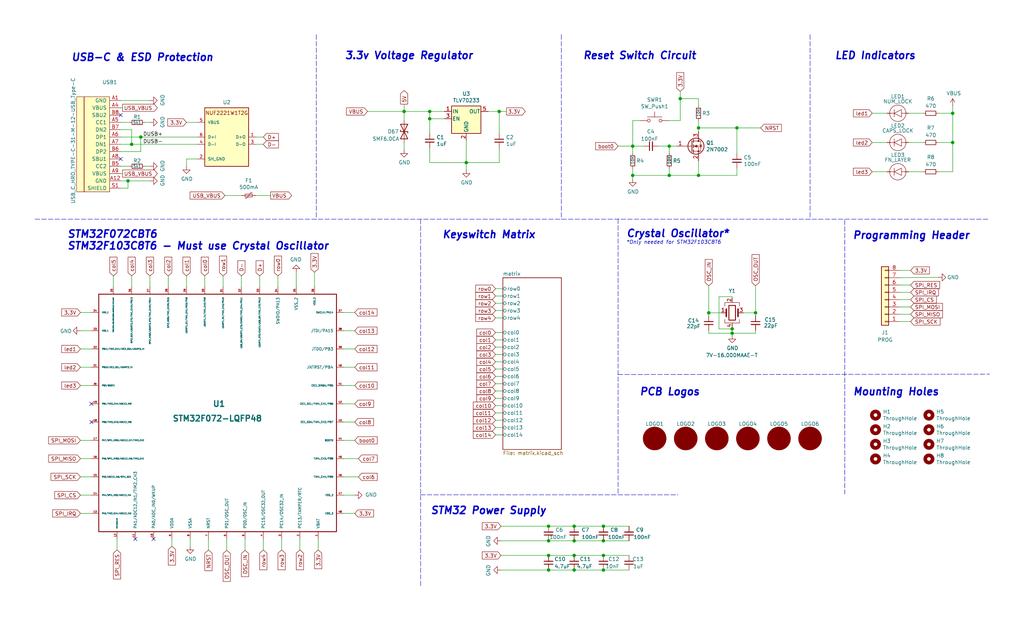
<source format=kicad_sch>
(kicad_sch (version 20210406) (generator eeschema)
  (paper "USLegal")
  (title_block (title "Arisutea STM32 Keyboard") (date "2021-06-14") (rev "STM32 0.4") (company "3x6 Design"))
  (lib_symbols
    (symbol "Connector_Generic:Conn_01x08" (pin_names (offset 1.016) hide)
      (property "Reference" "J" (at 0 10.16 0))
      (property "Value" "Conn_01x08" (at 0 -12.7 0))
      (symbol "Conn_01x08_1_1"
        (pin passive line (at -5.08 7.62 0) (length 3.81) (name "Pin_1") (number "1"))
        (pin passive line (at -5.08 5.08 0) (length 3.81) (name "Pin_2") (number "2"))
        (pin passive line (at -5.08 2.54 0) (length 3.81) (name "Pin_3") (number "3"))
        (pin passive line (at -5.08 0 0) (length 3.81) (name "Pin_4") (number "4"))
        (pin passive line (at -5.08 -2.54 0) (length 3.81) (name "Pin_5") (number "5"))
        (pin passive line (at -5.08 -5.08 0) (length 3.81) (name "Pin_6") (number "6"))
        (pin passive line (at -5.08 -7.62 0) (length 3.81) (name "Pin_7") (number "7"))
        (pin passive line (at -5.08 -10.16 0) (length 3.81) (name "Pin_8") (number "8"))
      )
    )
    (symbol "Device:C_Small" (pin_numbers hide) (pin_names (offset 0.254) hide)
      (property "Reference" "C" (at 0.254 1.778 0))
      (property "Value" "C_Small" (at 0.254 -2.032 0))
      (symbol "C_Small_1_1"
        (pin passive line (at 0 2.54 270) (length 2.032) (name "~") (number "1"))
        (pin passive line (at 0 -2.54 90) (length 2.032) (name "~") (number "2"))
      )
    )
    (symbol "Device:D_TVS" (pin_numbers hide) (pin_names (offset 1.016) hide)
      (property "Reference" "D" (at 0 2.54 0))
      (property "Value" "D_TVS" (at 0 -2.54 0))
      (symbol "D_TVS_1_1"
        (pin passive line (at -3.81 0 0) (length 2.54) (name "A1") (number "1"))
        (pin passive line (at 3.81 0 180) (length 2.54) (name "A2") (number "2"))
      )
    )
    (symbol "Device:R_Small" (pin_numbers hide) (pin_names (offset 0.254) hide)
      (property "Reference" "R" (at 0.762 0.508 0))
      (property "Value" "R_Small" (at 0.762 -1.016 0))
      (symbol "R_Small_1_1"
        (pin passive line (at 0 2.54 270) (length 0.762) (name "~") (number "1"))
        (pin passive line (at 0 -2.54 90) (length 0.762) (name "~") (number "2"))
      )
    )
    (symbol "Mechanical:MountingHole" (pin_names (offset 1.016))
      (property "Reference" "H" (at 0 5.08 0))
      (property "Value" "MountingHole" (at 0 3.175 0))
    )
    (symbol "arisutea-stm32:2N7002" (pin_names hide)
      (property "Reference" "Q" (at 5.08 1.905 0))
      (property "Value" "2N7002" (at 5.08 0 0))
      (symbol "2N7002_1_1"
        (pin input line (at -5.08 0 0) (length 2.54) (name "G") (number "1"))
        (pin passive line (at 2.54 -5.08 90) (length 2.54) (name "S") (number "2"))
        (pin passive line (at 2.54 5.08 270) (length 2.54) (name "D") (number "3"))
      )
    )
    (symbol "arisutea-stm32:Device_Crystal_GND24" (pin_names (offset 1.016) hide)
      (property "Reference" "Y" (at 3.175 5.08 0))
      (property "Value" "Device_Crystal_GND24" (at 3.175 3.175 0))
      (symbol "Device_Crystal_GND24_1_1"
        (pin passive line (at -3.81 0 0) (length 1.27) (name "1") (number "1"))
        (pin passive line (at 0 5.08 270) (length 1.27) (name "2") (number "2"))
        (pin passive line (at 3.81 0 180) (length 1.27) (name "3") (number "3"))
        (pin passive line (at 0 -5.08 90) (length 1.27) (name "4") (number "4"))
      )
    )
    (symbol "arisutea-stm32:Device_Polyfuse_Small" (pin_numbers hide) (pin_names (offset 0))
      (property "Reference" "F" (at -1.905 0 90))
      (property "Value" "Device_Polyfuse_Small" (at 1.905 0 90))
      (symbol "Device_Polyfuse_Small_1_1"
        (pin passive line (at 0 2.54 270) (length 0.635) (name "~") (number "1"))
        (pin passive line (at 0 -2.54 90) (length 0.635) (name "~") (number "2"))
      )
    )
    (symbol "arisutea-stm32:HRO-TYPE-C-31-M-12" (pin_names (offset 1.016))
      (property "Reference" "USB1" (at 0 20.32 0))
      (property "Value" "USB_C_HRO_TYPE-C-31-M-12-USB_Type-C" (at -12.7 0 90))
      (symbol "HRO-TYPE-C-31-M-12_1_1"
        (pin power_out line (at 3.81 13.97 180) (length 3.8) (name "GND") (number "A1"))
        (pin power_out line (at 3.81 -13.97 180) (length 3.8) (name "GND") (number "A12"))
        (pin power_out line (at 3.81 11.43 180) (length 3.8) (name "VBUS") (number "A4"))
        (pin bidirectional line (at 3.81 6.35 180) (length 3.8) (name "CC1") (number "A5"))
        (pin bidirectional line (at 3.81 1.27 180) (length 3.8) (name "DP1") (number "A6"))
        (pin bidirectional line (at 3.81 -1.27 180) (length 3.8) (name "DN1") (number "A7"))
        (pin bidirectional line (at 3.81 -6.35 180) (length 3.8) (name "SBU1") (number "A8"))
        (pin power_out line (at 3.81 -11.43 180) (length 3.8) (name "VBUS") (number "A9"))
        (pin bidirectional line (at 3.81 -8.89 180) (length 3.8) (name "CC2") (number "B5"))
        (pin bidirectional line (at 3.81 -3.81 180) (length 3.8) (name "DP2") (number "B6"))
        (pin bidirectional line (at 3.81 3.81 180) (length 3.8) (name "DN2") (number "B7"))
        (pin bidirectional line (at 3.81 8.89 180) (length 3.8) (name "SBU2") (number "B8"))
        (pin passive line (at 3.81 -16.51 180) (length 3.8) (name "SHIELD") (number "S1"))
      )
    )
    (symbol "arisutea-stm32:LED" (pin_names (offset 1.016))
      (property "Reference" "LED" (at 0 3.81 0))
      (property "Value" "LED" (at 0 -3.81 0))
      (symbol "LED_1_1"
        (pin input line (at 3.81 0 180) (length 1.27) (name "A") (number "A"))
        (pin output line (at -3.81 0 0) (length 1.27) (name "C") (number "C"))
      )
    )
    (symbol "arisutea-stm32:LOGO" (pin_numbers hide) (pin_names (offset 0) hide)
      (property "Reference" "LOGO" (at 0 -6.35 0))
      (property "Value" "LOGO" (at 0 6.35 0))
    )
    (symbol "arisutea-stm32:NUF2221W1T2G" (pin_names (offset 1.016))
      (property "Reference" "U" (at -1.27 -3.81 0))
      (symbol "NUF2221W1T2G_0_0"
        (text "NUF2221W1T2G" (at 0 5.08 0) (effects (font (size 1.27 1.27)) (justify bottom)))
        (pin bidirectional line (at 10.16 -2.54 180) (length 2.54) (name "D+O") (number "1"))
        (pin output line (at -10.16 -10.16 0) (length 2.54) (name "SH_GND") (number "2"))
        (pin bidirectional line (at 10.16 -5.08 180) (length 2.54) (name "D-O") (number "3"))
        (pin bidirectional line (at -10.16 -5.08 0) (length 2.54) (name "D-I") (number "4"))
        (pin power_in line (at -10.16 2.54 0) (length 2.54) (name "VBUS") (number "5"))
        (pin bidirectional line (at -10.16 -2.54 0) (length 2.54) (name "D+I") (number "6"))
      )
    )
    (symbol "arisutea-stm32:STM32F103x8_B-LQFP48" (pin_names (offset 1.016))
      (property "Reference" "U" (at 0 1.27 0))
      (property "Value" "STM32F103x8_B-LQFP48" (at 0 -2.54 0))
      (symbol "STM32F103x8_B-LQFP48_1_1"
        (pin power_in line (at -43.18 35.56 0) (length 2.54) (name "VBAT") (number "1"))
        (pin bidirectional line (at -43.18 -21.59 0) (length 2.54) (name "PA0/ADC_IN0/WKUP") (number "10"))
        (pin bidirectional line (at -43.18 -27.94 0) (length 2.54) (name "PA1/ADC12_IN1/TIM2_CH3") (number "11"))
        (pin bidirectional line (at -43.18 -34.29 0) (length 2.54) (name "PA2/ADC12_IN2") (number "12"))
        (pin bidirectional line (at -34.29 -43.18 90) (length 2.54) (name "PA3/TIM2_CH4/ADC12_IN3") (number "13"))
        (pin bidirectional line (at -27.94 -43.18 90) (length 2.54) (name "PA4/SPI1_NSS/ADC12_IN4") (number "14"))
        (pin bidirectional line (at -21.59 -43.18 90) (length 2.54) (name "PA5/ADC12_IN5/SPI1_SCK") (number "15"))
        (pin bidirectional line (at -15.24 -43.18 90) (length 2.54) (name "PA6/SPI1_MISO/ADC12_IN6/TIM3_CH1") (number "16"))
        (pin bidirectional line (at -8.89 -43.18 90) (length 2.54) (name "PA7/SPI1_MOSI/ADC12_IN7/TIM3_CH2") (number "17"))
        (pin bidirectional line (at -2.54 -43.18 90) (length 2.54) (name "PB0/TIM3_CH3/ADC12_IN8") (number "18"))
        (pin bidirectional line (at 3.81 -43.18 90) (length 2.54) (name "PB1/TIM3_CH4/ADC12_IN9") (number "19"))
        (pin bidirectional line (at -43.18 29.21 0) (length 2.54) (name "PC13/TAMPER/RTC") (number "2"))
        (pin bidirectional line (at 10.16 -43.18 90) (length 2.54) (name "PB2/BOOT1") (number "20"))
        (pin bidirectional line (at 16.51 -43.18 90) (length 2.54) (name "PB10/I2C2_SCL/USART3_TX") (number "21"))
        (pin bidirectional line (at 22.86 -43.18 90) (length 2.54) (name "PB11/TIM2_CH4/I2C2_SDA/USART3_rX") (number "22"))
        (pin power_in line (at 29.21 -43.18 90) (length 2.54) (name "VSS_1") (number "23"))
        (pin power_in line (at 35.56 -43.18 90) (length 2.54) (name "VDD_1") (number "24"))
        (pin bidirectional line (at 44.45 -35.56 180) (length 2.54) (name "PB12/SPI1_NSS/I2C2_SMBAI/USART3_CK/TIM1_BKIN") (number "25"))
        (pin bidirectional line (at 44.45 -29.21 180) (length 2.54) (name "SPI2_SCK/USART3_CTS/TIM1_CH1N/PB13") (number "26"))
        (pin bidirectional line (at 44.45 -22.86 180) (length 2.54) (name "SPI2_MISO/USART3_RTS/TIM1_CH2N/PB14") (number "27"))
        (pin bidirectional line (at 44.45 -16.51 180) (length 2.54) (name "SPI2_MOSI/TIM1_CH3N/B15") (number "28"))
        (pin bidirectional line (at 44.45 -10.16 180) (length 2.54) (name "USART1_CK/TIM1_CH1/MCO/PA8") (number "29"))
        (pin bidirectional line (at -43.18 22.86 0) (length 2.54) (name "PC14/OSC32_IN") (number "3"))
        (pin bidirectional line (at 44.45 -3.81 180) (length 2.54) (name "USART1_TX/TIM1_CH2/PA9") (number "30"))
        (pin bidirectional line (at 44.45 2.54 180) (length 2.54) (name "USART1_RX/TIM1_CH3/PA10") (number "31"))
        (pin bidirectional line (at 44.45 8.89 180) (length 2.54) (name "USB_DM/USART1_CTS/CANRX/TIM1_CH4/PA11") (number "32"))
        (pin bidirectional line (at 44.45 15.24 180) (length 2.54) (name "USART1_RTS/CANTX/USB_DP/TIM1_ETR/PA12") (number "33"))
        (pin bidirectional line (at 44.45 21.59 180) (length 2.54) (name "SWDIO/PA13") (number "34"))
        (pin power_in line (at 44.45 27.94 180) (length 2.54) (name "VSS_2") (number "35"))
        (pin power_in line (at 44.45 34.29 180) (length 2.54) (name "VDD_2") (number "36"))
        (pin bidirectional line (at 35.56 44.45 270) (length 2.54) (name "SWCLK/PA14") (number "37"))
        (pin bidirectional line (at 29.21 44.45 270) (length 2.54) (name "JTDI/PA15") (number "38"))
        (pin bidirectional line (at 22.86 44.45 270) (length 2.54) (name "JTDO/PB3") (number "39"))
        (pin bidirectional line (at -43.18 16.51 0) (length 2.54) (name "PC15/OSC32_OUT") (number "4"))
        (pin bidirectional line (at 16.51 44.45 270) (length 2.54) (name "JNTRST/PB4") (number "40"))
        (pin bidirectional line (at 10.16 44.45 270) (length 2.54) (name "I2C1_SMBAI/PB5") (number "41"))
        (pin bidirectional line (at 3.81 44.45 270) (length 2.54) (name "I2C1_SCL/TIM4_CH1/PB6") (number "42"))
        (pin bidirectional line (at -2.54 44.45 270) (length 2.54) (name "2C1_SDA/TIM4_CH2/PB7") (number "43"))
        (pin output line (at -8.89 44.45 270) (length 2.54) (name "BOOT0") (number "44"))
        (pin bidirectional line (at -15.24 44.45 270) (length 2.54) (name "TIM4_CH3/PB8") (number "45"))
        (pin input line (at -21.59 44.45 270) (length 2.54) (name "TIM4_CH4/PB9") (number "46"))
        (pin input line (at -27.94 44.45 270) (length 2.54) (name "VSS_3") (number "47"))
        (pin input line (at -34.29 44.45 270) (length 2.54) (name "VDD_3") (number "48"))
        (pin bidirectional line (at -43.18 10.16 0) (length 2.54) (name "PD0/OSC_IN") (number "5"))
        (pin bidirectional line (at -43.18 3.81 0) (length 2.54) (name "PD1/OSC_OUT") (number "6"))
        (pin input line (at -43.18 -2.54 0) (length 2.54) (name "NRST") (number "7"))
        (pin power_in line (at -43.18 -8.89 0) (length 2.54) (name "VSSA") (number "8"))
        (pin power_in line (at -43.18 -15.24 0) (length 2.54) (name "VDDA") (number "9"))
      )
    )
    (symbol "arisutea-stm32:Switch_SW_Push" (pin_numbers hide) (pin_names (offset 1.016) hide)
      (property "Reference" "SW" (at 1.27 2.54 0))
      (property "Value" "Switch_SW_Push" (at 0 -1.524 0))
      (symbol "Switch_SW_Push_0_1"
        (pin passive line (at -5.08 0 0) (length 2.54) (name "1") (number "1"))
        (pin passive line (at 5.08 0 180) (length 2.54) (name "2") (number "2"))
      )
    )
    (symbol "arisutea-stm32:TLV70233" (pin_names (offset 0.254))
      (property "Reference" "U" (at -3.81 5.715 0))
      (property "Value" "TLV70233" (at 0 5.715 0))
      (symbol "TLV70233_1_1"
        (pin power_in line (at -7.62 2.54 0) (length 2.54) (name "IN") (number "1"))
        (pin power_in line (at 0 -7.62 90) (length 2.54) (name "GND") (number "2"))
        (pin input line (at -7.62 0 0) (length 2.54) (name "EN") (number "3"))
        (pin no_connect line (at 7.62 0 180) (length 2.54) hide (name "NC") (number "4"))
        (pin power_out line (at 7.62 2.54 180) (length 2.54) (name "OUT") (number "5"))
      )
    )
    (symbol "power:GND" (power) (pin_names (offset 0))
      (property "Value" "GND" (at 0 -3.81 0))
      (symbol "GND_1_1"
        (pin power_in line (at 0 0 270) (length 0) hide (name "GND") (number "1"))
      )
    )
    (symbol "power:VBUS" (power) (pin_names (offset 0))
      (property "Value" "VBUS" (at 0 3.81 0))
      (symbol "VBUS_1_1"
        (pin power_in line (at 0 0 90) (length 0) hide (name "VBUS") (number "1"))
      )
    )
  )
  (junction (at 44.45 62.865) (diameter 1.016))
  (junction (at 45.72 50.165) (diameter 1.016))
  (junction (at 48.895 47.625) (diameter 1.016))
  (junction (at 140.335 38.735) (diameter 1.016))
  (junction (at 149.225 38.735) (diameter 1.016))
  (junction (at 149.225 41.275) (diameter 1.016))
  (junction (at 161.925 56.515) (diameter 1.016))
  (junction (at 173.355 38.735) (diameter 1.016))
  (junction (at 190.5 182.88) (diameter 1.016))
  (junction (at 190.5 187.96) (diameter 1.016))
  (junction (at 190.5 193.04) (diameter 1.016))
  (junction (at 190.5 198.12) (diameter 1.016))
  (junction (at 199.39 182.88) (diameter 1.016))
  (junction (at 199.39 187.96) (diameter 1.016))
  (junction (at 199.39 193.04) (diameter 1.016))
  (junction (at 199.39 198.12) (diameter 1.016))
  (junction (at 209.55 182.88) (diameter 1.016))
  (junction (at 209.55 187.96) (diameter 1.016))
  (junction (at 209.55 193.04) (diameter 1.016))
  (junction (at 209.55 198.12) (diameter 1.016))
  (junction (at 219.71 50.8) (diameter 1.016))
  (junction (at 219.71 60.96) (diameter 1.016))
  (junction (at 232.41 50.8) (diameter 1.016))
  (junction (at 232.41 60.96) (diameter 1.016))
  (junction (at 236.22 34.29) (diameter 1.016))
  (junction (at 242.57 44.45) (diameter 1.016))
  (junction (at 242.57 60.96) (diameter 1.016))
  (junction (at 246.126 108.712) (diameter 1.016))
  (junction (at 254.254 114.3) (diameter 1.016))
  (junction (at 254.254 115.824) (diameter 1.016))
  (junction (at 255.905 44.45) (diameter 1.016))
  (junction (at 262.382 108.712) (diameter 1.016))
  (junction (at 330.835 39.37) (diameter 1.016))
  (junction (at 330.835 49.53) (diameter 1.016))
  (no_connect (at 31.75 140.335))
  (no_connect (at 31.75 146.685))
  (no_connect (at 41.91 40.005))
  (no_connect (at 41.91 55.245))
  (no_connect (at 46.99 187.325))
  (no_connect (at 53.34 187.325))
  (wire (pts (xy 27.94 108.585) (xy 31.75 108.585)))
  (wire (pts (xy 27.94 114.935) (xy 31.75 114.935)))
  (wire (pts (xy 27.94 121.285) (xy 31.75 121.285)))
  (wire (pts (xy 27.94 159.385) (xy 31.75 159.385)))
  (wire (pts (xy 27.94 172.085) (xy 31.75 172.085)))
  (wire (pts (xy 31.75 127.635) (xy 27.94 127.635)))
  (wire (pts (xy 31.75 133.985) (xy 27.94 133.985)))
  (wire (pts (xy 31.75 153.035) (xy 27.94 153.035)))
  (wire (pts (xy 31.75 165.735) (xy 27.94 165.735)))
  (wire (pts (xy 31.75 178.435) (xy 27.94 178.435)))
  (wire (pts (xy 39.37 95.885) (xy 39.37 99.695)))
  (wire (pts (xy 40.64 191.135) (xy 40.64 187.325)))
  (wire (pts (xy 41.91 34.925) (xy 52.07 34.925)))
  (wire (pts (xy 41.91 37.465) (xy 42.545 37.465)))
  (wire (pts (xy 41.91 42.545) (xy 45.085 42.545)))
  (wire (pts (xy 41.91 45.085) (xy 45.72 45.085)))
  (wire (pts (xy 41.91 47.625) (xy 48.895 47.625)))
  (wire (pts (xy 41.91 50.165) (xy 45.72 50.165)))
  (wire (pts (xy 41.91 52.705) (xy 48.895 52.705)))
  (wire (pts (xy 41.91 57.785) (xy 45.085 57.785)))
  (wire (pts (xy 41.91 60.325) (xy 42.545 60.325)))
  (wire (pts (xy 41.91 62.865) (xy 44.45 62.865)))
  (wire (pts (xy 41.91 65.405) (xy 44.45 65.405)))
  (wire (pts (xy 44.45 62.865) (xy 52.07 62.865)))
  (wire (pts (xy 44.45 65.405) (xy 44.45 62.865)))
  (wire (pts (xy 45.72 45.085) (xy 45.72 50.165)))
  (wire (pts (xy 45.72 50.165) (xy 68.58 50.165)))
  (wire (pts (xy 45.72 95.885) (xy 45.72 99.695)))
  (wire (pts (xy 48.895 47.625) (xy 68.58 47.625)))
  (wire (pts (xy 48.895 52.705) (xy 48.895 47.625)))
  (wire (pts (xy 50.165 42.545) (xy 52.07 42.545)))
  (wire (pts (xy 50.165 57.785) (xy 52.07 57.785)))
  (wire (pts (xy 52.07 95.885) (xy 52.07 99.695)))
  (wire (pts (xy 58.42 95.885) (xy 58.42 99.695)))
  (wire (pts (xy 59.69 187.325) (xy 59.69 189.865)))
  (wire (pts (xy 64.77 55.245) (xy 64.77 57.785)))
  (wire (pts (xy 64.77 95.885) (xy 64.77 99.695)))
  (wire (pts (xy 66.04 187.325) (xy 66.04 189.865)))
  (wire (pts (xy 68.58 42.545) (xy 64.77 42.545)))
  (wire (pts (xy 68.58 55.245) (xy 64.77 55.245)))
  (wire (pts (xy 71.12 95.885) (xy 71.12 99.695)))
  (wire (pts (xy 72.39 191.135) (xy 72.39 187.325)))
  (wire (pts (xy 77.47 95.885) (xy 77.47 99.695)))
  (wire (pts (xy 78.105 67.945) (xy 83.82 67.945)))
  (wire (pts (xy 78.74 187.325) (xy 78.74 191.262)))
  (wire (pts (xy 83.82 95.885) (xy 83.82 99.695)))
  (wire (pts (xy 85.09 187.325) (xy 85.09 191.262)))
  (wire (pts (xy 88.9 47.625) (xy 91.44 47.625)))
  (wire (pts (xy 88.9 50.165) (xy 91.44 50.165)))
  (wire (pts (xy 88.9 67.945) (xy 93.98 67.945)))
  (wire (pts (xy 90.17 95.885) (xy 90.17 99.695)))
  (wire (pts (xy 91.44 191.135) (xy 91.44 187.325)))
  (wire (pts (xy 96.52 95.885) (xy 96.52 99.695)))
  (wire (pts (xy 97.79 191.135) (xy 97.79 187.325)))
  (wire (pts (xy 102.87 94.615) (xy 102.87 99.695)))
  (wire (pts (xy 104.14 191.135) (xy 104.14 187.325)))
  (wire (pts (xy 109.22 94.615) (xy 109.22 99.695)))
  (wire (pts (xy 110.49 187.325) (xy 110.49 191.135)))
  (wire (pts (xy 119.38 108.585) (xy 123.19 108.585)))
  (wire (pts (xy 119.38 114.935) (xy 123.19 114.935)))
  (wire (pts (xy 119.38 127.635) (xy 123.19 127.635)))
  (wire (pts (xy 119.38 159.385) (xy 124.46 159.385)))
  (wire (pts (xy 119.38 165.735) (xy 124.46 165.735)))
  (wire (pts (xy 119.38 172.085) (xy 123.19 172.085)))
  (wire (pts (xy 119.38 178.435) (xy 123.19 178.435)))
  (wire (pts (xy 123.19 121.285) (xy 119.38 121.285)))
  (wire (pts (xy 123.19 133.985) (xy 119.38 133.985)))
  (wire (pts (xy 123.19 140.335) (xy 119.38 140.335)))
  (wire (pts (xy 123.19 146.685) (xy 119.38 146.685)))
  (wire (pts (xy 123.19 153.035) (xy 119.38 153.035)))
  (wire (pts (xy 127.635 38.735) (xy 140.335 38.735)))
  (wire (pts (xy 140.335 38.735) (xy 140.335 36.195)))
  (wire (pts (xy 140.335 38.735) (xy 140.335 41.91)))
  (wire (pts (xy 140.335 38.735) (xy 149.225 38.735)))
  (wire (pts (xy 140.335 49.53) (xy 140.335 52.07)))
  (wire (pts (xy 149.225 38.735) (xy 154.305 38.735)))
  (wire (pts (xy 149.225 41.275) (xy 149.225 38.735)))
  (wire (pts (xy 149.225 46.355) (xy 149.225 41.275)))
  (wire (pts (xy 149.225 51.435) (xy 149.225 56.515)))
  (wire (pts (xy 154.305 41.275) (xy 149.225 41.275)))
  (wire (pts (xy 161.925 56.515) (xy 149.225 56.515)))
  (wire (pts (xy 161.925 56.515) (xy 161.925 48.895)))
  (wire (pts (xy 161.925 59.055) (xy 161.925 56.515)))
  (wire (pts (xy 169.545 38.735) (xy 173.355 38.735)))
  (wire (pts (xy 172.085 100.33) (xy 174.625 100.33)))
  (wire (pts (xy 172.085 102.87) (xy 174.625 102.87)))
  (wire (pts (xy 172.085 105.41) (xy 174.625 105.41)))
  (wire (pts (xy 172.085 107.95) (xy 174.625 107.95)))
  (wire (pts (xy 172.085 110.49) (xy 174.625 110.49)))
  (wire (pts (xy 172.085 115.57) (xy 174.625 115.57)))
  (wire (pts (xy 172.085 118.11) (xy 174.625 118.11)))
  (wire (pts (xy 172.085 120.65) (xy 174.625 120.65)))
  (wire (pts (xy 172.085 123.19) (xy 174.625 123.19)))
  (wire (pts (xy 172.085 125.73) (xy 174.625 125.73)))
  (wire (pts (xy 172.085 128.27) (xy 174.625 128.27)))
  (wire (pts (xy 172.085 130.81) (xy 174.625 130.81)))
  (wire (pts (xy 172.085 133.35) (xy 174.625 133.35)))
  (wire (pts (xy 172.085 135.89) (xy 174.625 135.89)))
  (wire (pts (xy 172.085 138.43) (xy 174.625 138.43)))
  (wire (pts (xy 172.085 140.97) (xy 174.625 140.97)))
  (wire (pts (xy 172.085 143.51) (xy 174.625 143.51)))
  (wire (pts (xy 172.085 146.05) (xy 174.625 146.05)))
  (wire (pts (xy 172.085 148.59) (xy 174.625 148.59)))
  (wire (pts (xy 172.085 151.13) (xy 174.625 151.13)))
  (wire (pts (xy 173.355 38.735) (xy 173.355 46.355)))
  (wire (pts (xy 173.355 38.735) (xy 175.895 38.735)))
  (wire (pts (xy 173.355 51.435) (xy 173.355 56.515)))
  (wire (pts (xy 173.355 56.515) (xy 161.925 56.515)))
  (wire (pts (xy 173.99 182.88) (xy 190.5 182.88)))
  (wire (pts (xy 173.99 187.96) (xy 190.5 187.96)))
  (wire (pts (xy 173.99 193.04) (xy 190.5 193.04)))
  (wire (pts (xy 173.99 198.12) (xy 190.5 198.12)))
  (wire (pts (xy 190.5 182.88) (xy 199.39 182.88)))
  (wire (pts (xy 190.5 187.96) (xy 199.39 187.96)))
  (wire (pts (xy 190.5 193.04) (xy 199.39 193.04)))
  (wire (pts (xy 190.5 198.12) (xy 199.39 198.12)))
  (wire (pts (xy 199.39 182.88) (xy 209.55 182.88)))
  (wire (pts (xy 199.39 187.96) (xy 209.55 187.96)))
  (wire (pts (xy 199.39 193.04) (xy 209.55 193.04)))
  (wire (pts (xy 199.39 198.12) (xy 209.55 198.12)))
  (wire (pts (xy 209.55 182.88) (xy 218.44 182.88)))
  (wire (pts (xy 209.55 187.96) (xy 218.44 187.96)))
  (wire (pts (xy 209.55 193.04) (xy 218.44 193.04)))
  (wire (pts (xy 209.55 198.12) (xy 218.44 198.12)))
  (wire (pts (xy 214.63 50.8) (xy 219.71 50.8)))
  (wire (pts (xy 219.71 41.91) (xy 219.71 50.8)))
  (wire (pts (xy 219.71 41.91) (xy 222.25 41.91)))
  (wire (pts (xy 219.71 50.8) (xy 219.71 53.34)))
  (wire (pts (xy 219.71 50.8) (xy 223.52 50.8)))
  (wire (pts (xy 219.71 58.42) (xy 219.71 60.96)))
  (wire (pts (xy 219.71 60.96) (xy 219.71 62.23)))
  (wire (pts (xy 219.71 60.96) (xy 232.41 60.96)))
  (wire (pts (xy 228.6 50.8) (xy 232.41 50.8)))
  (wire (pts (xy 232.41 41.91) (xy 236.22 41.91)))
  (wire (pts (xy 232.41 50.8) (xy 232.41 53.34)))
  (wire (pts (xy 232.41 50.8) (xy 234.95 50.8)))
  (wire (pts (xy 232.41 60.96) (xy 232.41 58.42)))
  (wire (pts (xy 232.41 60.96) (xy 242.57 60.96)))
  (wire (pts (xy 236.22 34.29) (xy 236.22 31.75)))
  (wire (pts (xy 236.22 41.91) (xy 236.22 34.29)))
  (wire (pts (xy 242.57 34.29) (xy 236.22 34.29)))
  (wire (pts (xy 242.57 36.83) (xy 242.57 34.29)))
  (wire (pts (xy 242.57 41.91) (xy 242.57 44.45)))
  (wire (pts (xy 242.57 44.45) (xy 255.905 44.45)))
  (wire (pts (xy 242.57 45.72) (xy 242.57 44.45)))
  (wire (pts (xy 242.57 55.88) (xy 242.57 60.96)))
  (wire (pts (xy 242.57 60.96) (xy 255.905 60.96)))
  (wire (pts (xy 246.126 99.314) (xy 246.126 108.712)))
  (wire (pts (xy 246.126 108.712) (xy 246.126 109.728)))
  (wire (pts (xy 246.126 114.808) (xy 246.126 115.824)))
  (wire (pts (xy 246.126 115.824) (xy 254.254 115.824)))
  (wire (pts (xy 249.682 103.124) (xy 249.682 114.3)))
  (wire (pts (xy 249.682 114.3) (xy 254.254 114.3)))
  (wire (pts (xy 250.444 108.712) (xy 246.126 108.712)))
  (wire (pts (xy 254.254 103.124) (xy 249.682 103.124)))
  (wire (pts (xy 254.254 103.124) (xy 254.254 103.632)))
  (wire (pts (xy 254.254 113.792) (xy 254.254 114.3)))
  (wire (pts (xy 254.254 114.3) (xy 254.254 115.824)))
  (wire (pts (xy 254.254 115.824) (xy 254.254 116.586)))
  (wire (pts (xy 254.254 115.824) (xy 262.382 115.824)))
  (wire (pts (xy 255.905 44.45) (xy 255.905 53.34)))
  (wire (pts (xy 255.905 44.45) (xy 264.16 44.45)))
  (wire (pts (xy 255.905 60.96) (xy 255.905 58.42)))
  (wire (pts (xy 258.064 108.712) (xy 262.382 108.712)))
  (wire (pts (xy 262.382 99.314) (xy 262.382 108.712)))
  (wire (pts (xy 262.382 108.712) (xy 262.382 109.728)))
  (wire (pts (xy 262.382 115.824) (xy 262.382 114.808)))
  (wire (pts (xy 302.895 39.37) (xy 307.975 39.37)))
  (wire (pts (xy 302.895 49.53) (xy 307.975 49.53)))
  (wire (pts (xy 302.895 59.69) (xy 307.975 59.69)))
  (wire (pts (xy 312.42 93.98) (xy 316.23 93.98)))
  (wire (pts (xy 312.42 96.52) (xy 325.882 96.393)))
  (wire (pts (xy 312.42 101.6) (xy 316.23 101.6)))
  (wire (pts (xy 312.42 106.68) (xy 316.23 106.68)))
  (wire (pts (xy 312.42 111.76) (xy 316.23 111.76)))
  (wire (pts (xy 315.595 39.37) (xy 320.675 39.37)))
  (wire (pts (xy 315.595 49.53) (xy 320.675 49.53)))
  (wire (pts (xy 315.595 59.69) (xy 320.675 59.69)))
  (wire (pts (xy 316.23 99.06) (xy 312.42 99.06)))
  (wire (pts (xy 316.23 104.14) (xy 312.42 104.14)))
  (wire (pts (xy 316.23 109.22) (xy 312.42 109.22)))
  (wire (pts (xy 325.755 39.37) (xy 330.835 39.37)))
  (wire (pts (xy 325.755 49.53) (xy 330.835 49.53)))
  (wire (pts (xy 325.755 59.69) (xy 330.835 59.69)))
  (wire (pts (xy 330.835 39.37) (xy 330.835 36.83)))
  (wire (pts (xy 330.835 49.53) (xy 330.835 39.37)))
  (wire (pts (xy 330.835 59.69) (xy 330.835 49.53)))
  (polyline (pts (xy 12.192 76.2) (xy 343.535 76.2)) (stroke (width 0) (type dash)))
  (polyline (pts (xy 109.855 12.065) (xy 109.855 76.2)) (stroke (width 0) (type dash)))
  (polyline (pts (xy 146.05 76.2) (xy 146.05 203.835)) (stroke (width 0) (type dash)))
  (polyline (pts (xy 146.05 171.958) (xy 235.458 171.958)) (stroke (width 0) (type dash)))
  (polyline (pts (xy 194.945 12.065) (xy 194.945 76.2)) (stroke (width 0) (type dash)))
  (polyline (pts (xy 214.63 76.073) (xy 214.63 171.958)) (stroke (width 0) (type dash)))
  (polyline (pts (xy 214.63 130.175) (xy 343.662 130.048)) (stroke (width 0) (type dash)))
  (polyline (pts (xy 281.305 12.065) (xy 281.305 76.2)) (stroke (width 0) (type dash)))
  (polyline (pts (xy 293.37 76.454) (xy 293.37 171.704)) (stroke (width 0) (type dash)))
  (text "STM32F072CBT6\nSTM32F103C8T6 - Must use Crystal Oscillator" (at 23.241 87.122 0) (effects (font (size 2.54 2.54) (thickness 0.508) bold italic) (justify left bottom)))
  (text "USB-C & ESD Protection" (at 74.295 21.59 180) (effects (font (size 2.54 2.54) (thickness 0.508) bold italic) (justify right bottom)))
  (text "3.3v Voltage Regulator" (at 164.465 20.955 180) (effects (font (size 2.54 2.54) (thickness 0.508) bold italic) (justify right bottom)))
  (text "Keyswitch Matrix" (at 186.055 83.185 180) (effects (font (size 2.54 2.54) (thickness 0.508) bold italic) (justify right bottom)))
  (text "STM32 Power Supply" (at 189.865 179.07 180) (effects (font (size 2.54 2.54) (thickness 0.508) bold italic) (justify right bottom)))
  (text "Reset Switch Circuit" (at 241.935 20.955 180) (effects (font (size 2.54 2.54) (thickness 0.508) bold italic) (justify right bottom)))
  (text "PCB Logos" (at 243.205 137.795 180) (effects (font (size 2.54 2.54) (thickness 0.508) bold italic) (justify right bottom)))
  (text "*Only needed for STM32F103C8T6" (at 250.444 85.09 180) (effects (font (size 1.27 1.27) italic) (justify right bottom)))
  (text "Crystal Oscillator*" (at 253.492 82.804 180) (effects (font (size 2.54 2.54) (thickness 0.508) bold italic) (justify right bottom)))
  (text "LED Indicators" (at 318.135 20.955 180) (effects (font (size 2.54 2.54) (thickness 0.508) bold italic) (justify right bottom)))
  (text "Mounting Holes" (at 326.263 137.795 180) (effects (font (size 2.54 2.54) (thickness 0.508) bold italic) (justify right bottom)))
  (text "Programming Header" (at 336.931 83.439 180) (effects (font (size 2.54 2.54) (thickness 0.508) bold italic) (justify right bottom)))
  (label "DUSB+" (at 56.515 47.625 180))
  (label "DUSB-" (at 56.515 50.165 180))
  (global_label "3.3V" (shape input) (at 27.94 108.585 180) (property "Intersheet References" "${INTERSHEET_REFS}" (effects hide)))
  (global_label "led1" (shape input) (at 27.94 121.285 180) (property "Intersheet References" "${INTERSHEET_REFS}" (effects hide)))
  (global_label "led2" (shape input) (at 27.94 127.635 180) (property "Intersheet References" "${INTERSHEET_REFS}" (effects hide)))
  (global_label "led3" (shape input) (at 27.94 133.985 180) (property "Intersheet References" "${INTERSHEET_REFS}" (effects hide)))
  (global_label "SPI_MOSI" (shape input) (at 27.94 153.035 180) (property "Intersheet References" "${INTERSHEET_REFS}" (effects hide)))
  (global_label "SPI_MISO" (shape input) (at 27.94 159.385 180) (property "Intersheet References" "${INTERSHEET_REFS}" (effects hide)))
  (global_label "SPI_SCK" (shape input) (at 27.94 165.735 180) (property "Intersheet References" "${INTERSHEET_REFS}" (effects hide)))
  (global_label "SPI_CS" (shape input) (at 27.94 172.085 180) (property "Intersheet References" "${INTERSHEET_REFS}" (effects hide)))
  (global_label "SPI_IRQ" (shape input) (at 27.94 178.435 180) (property "Intersheet References" "${INTERSHEET_REFS}" (effects hide)))
  (global_label "col5" (shape input) (at 39.37 95.885 90) (property "Intersheet References" "${INTERSHEET_REFS}" (effects hide)))
  (global_label "SPI_RES" (shape input) (at 40.64 191.135 270) (property "Intersheet References" "${INTERSHEET_REFS}" (effects hide)))
  (global_label "USB_VBUS" (shape output) (at 42.545 37.465 0) (property "Intersheet References" "${INTERSHEET_REFS}" (effects hide)))
  (global_label "USB_VBUS" (shape output) (at 42.545 60.325 0) (property "Intersheet References" "${INTERSHEET_REFS}" (effects hide)))
  (global_label "col4" (shape input) (at 45.72 95.885 90) (property "Intersheet References" "${INTERSHEET_REFS}" (effects hide)))
  (global_label "col3" (shape input) (at 52.07 95.885 90) (property "Intersheet References" "${INTERSHEET_REFS}" (effects hide)))
  (global_label "col2" (shape input) (at 58.42 95.885 90) (property "Intersheet References" "${INTERSHEET_REFS}" (effects hide)))
  (global_label "3.3V" (shape input) (at 59.69 189.865 270) (property "Intersheet References" "${INTERSHEET_REFS}" (effects hide)))
  (global_label "3.3V" (shape input) (at 64.77 42.545 180) (property "Intersheet References" "${INTERSHEET_REFS}" (effects hide)))
  (global_label "col1" (shape input) (at 64.77 95.885 90) (property "Intersheet References" "${INTERSHEET_REFS}" (effects hide)))
  (global_label "col0" (shape input) (at 71.12 95.885 90) (property "Intersheet References" "${INTERSHEET_REFS}" (effects hide)))
  (global_label "NRST" (shape input) (at 72.39 191.135 270) (property "Intersheet References" "${INTERSHEET_REFS}" (effects hide)))
  (global_label "row1" (shape input) (at 77.47 95.885 90) (property "Intersheet References" "${INTERSHEET_REFS}" (effects hide)))
  (global_label "USB_VBUS" (shape input) (at 78.105 67.945 180) (property "Intersheet References" "${INTERSHEET_REFS}" (effects hide)))
  (global_label "OSC_OUT" (shape input) (at 78.74 191.262 270) (property "Intersheet References" "${INTERSHEET_REFS}" (effects hide)))
  (global_label "D-" (shape input) (at 83.82 95.885 90) (property "Intersheet References" "${INTERSHEET_REFS}" (effects hide)))
  (global_label "OSC_IN" (shape input) (at 85.09 191.262 270) (property "Intersheet References" "${INTERSHEET_REFS}" (effects hide)))
  (global_label "D+" (shape input) (at 90.17 95.885 90) (property "Intersheet References" "${INTERSHEET_REFS}" (effects hide)))
  (global_label "D+" (shape input) (at 91.44 47.625 0) (property "Intersheet References" "${INTERSHEET_REFS}" (effects hide)))
  (global_label "D-" (shape input) (at 91.44 50.165 0) (property "Intersheet References" "${INTERSHEET_REFS}" (effects hide)))
  (global_label "row4" (shape input) (at 91.44 191.135 270) (property "Intersheet References" "${INTERSHEET_REFS}" (effects hide)))
  (global_label "VBUS" (shape output) (at 93.98 67.945 0) (property "Intersheet References" "${INTERSHEET_REFS}" (effects hide)))
  (global_label "row0" (shape input) (at 96.52 95.885 90) (property "Intersheet References" "${INTERSHEET_REFS}" (effects hide)))
  (global_label "row3" (shape input) (at 97.79 191.135 270) (property "Intersheet References" "${INTERSHEET_REFS}" (effects hide)))
  (global_label "row2" (shape input) (at 104.14 191.135 270) (property "Intersheet References" "${INTERSHEET_REFS}" (effects hide)))
  (global_label "3.3V" (shape input) (at 109.22 94.615 90) (property "Intersheet References" "${INTERSHEET_REFS}" (effects hide)))
  (global_label "3.3V" (shape input) (at 110.49 191.135 270) (property "Intersheet References" "${INTERSHEET_REFS}" (effects hide)))
  (global_label "col14" (shape input) (at 123.19 108.585 0) (property "Intersheet References" "${INTERSHEET_REFS}" (effects hide)))
  (global_label "col13" (shape input) (at 123.19 114.935 0) (property "Intersheet References" "${INTERSHEET_REFS}" (effects hide)))
  (global_label "col12" (shape input) (at 123.19 121.285 0) (property "Intersheet References" "${INTERSHEET_REFS}" (effects hide)))
  (global_label "col11" (shape input) (at 123.19 127.635 0) (property "Intersheet References" "${INTERSHEET_REFS}" (effects hide)))
  (global_label "col10" (shape input) (at 123.19 133.985 0) (property "Intersheet References" "${INTERSHEET_REFS}" (effects hide)))
  (global_label "col9" (shape input) (at 123.19 140.335 0) (property "Intersheet References" "${INTERSHEET_REFS}" (effects hide)))
  (global_label "col8" (shape input) (at 123.19 146.685 0) (property "Intersheet References" "${INTERSHEET_REFS}" (effects hide)))
  (global_label "boot0" (shape input) (at 123.19 153.035 0) (property "Intersheet References" "${INTERSHEET_REFS}" (effects hide)))
  (global_label "3.3V" (shape input) (at 123.19 178.435 0) (property "Intersheet References" "${INTERSHEET_REFS}" (effects hide)))
  (global_label "col7" (shape input) (at 124.46 159.385 0) (property "Intersheet References" "${INTERSHEET_REFS}" (effects hide)))
  (global_label "col6" (shape input) (at 124.46 165.735 0) (property "Intersheet References" "${INTERSHEET_REFS}" (effects hide)))
  (global_label "VBUS" (shape input) (at 127.635 38.735 180) (property "Intersheet References" "${INTERSHEET_REFS}" (effects hide)))
  (global_label "5V" (shape output) (at 140.335 36.195 90) (property "Intersheet References" "${INTERSHEET_REFS}" (effects hide)))
  (global_label "row0" (shape input) (at 172.085 100.33 180) (property "Intersheet References" "${INTERSHEET_REFS}" (effects hide)))
  (global_label "row1" (shape input) (at 172.085 102.87 180) (property "Intersheet References" "${INTERSHEET_REFS}" (effects hide)))
  (global_label "row2" (shape input) (at 172.085 105.41 180) (property "Intersheet References" "${INTERSHEET_REFS}" (effects hide)))
  (global_label "row3" (shape input) (at 172.085 107.95 180) (property "Intersheet References" "${INTERSHEET_REFS}" (effects hide)))
  (global_label "row4" (shape input) (at 172.085 110.49 180) (property "Intersheet References" "${INTERSHEET_REFS}" (effects hide)))
  (global_label "col0" (shape input) (at 172.085 115.57 180) (property "Intersheet References" "${INTERSHEET_REFS}" (effects hide)))
  (global_label "col1" (shape input) (at 172.085 118.11 180) (property "Intersheet References" "${INTERSHEET_REFS}" (effects hide)))
  (global_label "col2" (shape input) (at 172.085 120.65 180) (property "Intersheet References" "${INTERSHEET_REFS}" (effects hide)))
  (global_label "col3" (shape input) (at 172.085 123.19 180) (property "Intersheet References" "${INTERSHEET_REFS}" (effects hide)))
  (global_label "col4" (shape input) (at 172.085 125.73 180) (property "Intersheet References" "${INTERSHEET_REFS}" (effects hide)))
  (global_label "col5" (shape input) (at 172.085 128.27 180) (property "Intersheet References" "${INTERSHEET_REFS}" (effects hide)))
  (global_label "col6" (shape input) (at 172.085 130.81 180) (property "Intersheet References" "${INTERSHEET_REFS}" (effects hide)))
  (global_label "col7" (shape input) (at 172.085 133.35 180) (property "Intersheet References" "${INTERSHEET_REFS}" (effects hide)))
  (global_label "col8" (shape input) (at 172.085 135.89 180) (property "Intersheet References" "${INTERSHEET_REFS}" (effects hide)))
  (global_label "col9" (shape input) (at 172.085 138.43 180) (property "Intersheet References" "${INTERSHEET_REFS}" (effects hide)))
  (global_label "col10" (shape input) (at 172.085 140.97 180) (property "Intersheet References" "${INTERSHEET_REFS}" (effects hide)))
  (global_label "col11" (shape input) (at 172.085 143.51 180) (property "Intersheet References" "${INTERSHEET_REFS}" (effects hide)))
  (global_label "col12" (shape input) (at 172.085 146.05 180) (property "Intersheet References" "${INTERSHEET_REFS}" (effects hide)))
  (global_label "col13" (shape input) (at 172.085 148.59 180) (property "Intersheet References" "${INTERSHEET_REFS}" (effects hide)))
  (global_label "col14" (shape input) (at 172.085 151.13 180) (property "Intersheet References" "${INTERSHEET_REFS}" (effects hide)))
  (global_label "3.3V" (shape input) (at 173.99 182.88 180) (property "Intersheet References" "${INTERSHEET_REFS}" (effects hide)))
  (global_label "3.3V" (shape input) (at 173.99 193.04 180) (property "Intersheet References" "${INTERSHEET_REFS}" (effects hide)))
  (global_label "3.3V" (shape output) (at 175.895 38.735 0) (property "Intersheet References" "${INTERSHEET_REFS}" (effects hide)))
  (global_label "boot0" (shape input) (at 214.63 50.8 180) (property "Intersheet References" "${INTERSHEET_REFS}" (effects hide)))
  (global_label "3.3V" (shape input) (at 236.22 31.75 90) (property "Intersheet References" "${INTERSHEET_REFS}" (effects hide)))
  (global_label "OSC_IN" (shape input) (at 246.126 99.314 90) (property "Intersheet References" "${INTERSHEET_REFS}" (effects hide)))
  (global_label "OSC_OUT" (shape input) (at 262.382 99.314 90) (property "Intersheet References" "${INTERSHEET_REFS}" (effects hide)))
  (global_label "NRST" (shape input) (at 264.16 44.45 0) (property "Intersheet References" "${INTERSHEET_REFS}" (effects hide)))
  (global_label "led1" (shape input) (at 302.895 39.37 180) (property "Intersheet References" "${INTERSHEET_REFS}" (effects hide)))
  (global_label "led2" (shape input) (at 302.895 49.53 180) (property "Intersheet References" "${INTERSHEET_REFS}" (effects hide)))
  (global_label "led3" (shape input) (at 302.895 59.69 180) (property "Intersheet References" "${INTERSHEET_REFS}" (effects hide)))
  (global_label "3.3V" (shape input) (at 316.23 93.98 0) (property "Intersheet References" "${INTERSHEET_REFS}" (effects hide)))
  (global_label "SPI_RES" (shape input) (at 316.23 99.06 0) (property "Intersheet References" "${INTERSHEET_REFS}" (effects hide)))
  (global_label "SPI_IRQ" (shape input) (at 316.23 101.6 0) (property "Intersheet References" "${INTERSHEET_REFS}" (effects hide)))
  (global_label "SPI_CS" (shape input) (at 316.23 104.14 0) (property "Intersheet References" "${INTERSHEET_REFS}" (effects hide)))
  (global_label "SPI_MOSI" (shape input) (at 316.23 106.68 0) (property "Intersheet References" "${INTERSHEET_REFS}" (effects hide)))
  (global_label "SPI_MISO" (shape input) (at 316.23 109.22 0) (property "Intersheet References" "${INTERSHEET_REFS}" (effects hide)))
  (global_label "SPI_SCK" (shape input) (at 316.23 111.76 0) (property "Intersheet References" "${INTERSHEET_REFS}" (effects hide)))
  (symbol (lib_id "power:VBUS") (at 330.835 36.83 0) (unit 1)
    (property "Reference" "#PWR02" (effects hide))
    (property "Value" "VBUS" (at 331.216 32.4358 0))
  )
  (symbol (lib_id "power:GND") (at 27.94 114.935 270) (unit 1)
    (property "Reference" "#PWR012" (effects hide))
    (property "Value" "GND" (at 22.9108 115.062 90))
  )
  (symbol (lib_id "power:GND") (at 52.07 34.925 90) (unit 1)
    (property "Reference" "#PWR01" (effects hide))
    (property "Value" "GND" (at 56.4642 34.798 0))
  )
  (symbol (lib_id "power:GND") (at 52.07 42.545 90) (unit 1)
    (property "Reference" "#PWR03" (effects hide))
    (property "Value" "GND" (at 56.4642 42.418 0))
  )
  (symbol (lib_id "power:GND") (at 52.07 57.785 90) (unit 1)
    (property "Reference" "#PWR05" (effects hide))
    (property "Value" "GND" (at 56.4642 57.658 0))
  )
  (symbol (lib_id "power:GND") (at 52.07 62.865 90) (unit 1)
    (property "Reference" "#PWR09" (effects hide))
    (property "Value" "GND" (at 56.4642 62.738 0))
  )
  (symbol (lib_id "power:GND") (at 64.77 57.785 0) (unit 1)
    (property "Reference" "#PWR06" (effects hide))
    (property "Value" "GND" (at 64.897 62.1792 0))
  )
  (symbol (lib_id "power:GND") (at 66.04 189.865 0) (unit 1)
    (property "Reference" "#PWR015" (effects hide))
    (property "Value" "GND" (at 66.167 194.2592 0))
  )
  (symbol (lib_id "power:GND") (at 102.87 94.615 180) (unit 1)
    (property "Reference" "#PWR010" (effects hide))
    (property "Value" "GND" (at 102.743 90.2208 0))
  )
  (symbol (lib_id "power:GND") (at 123.19 172.085 90) (unit 1)
    (property "Reference" "#PWR013" (effects hide))
    (property "Value" "GND" (at 128.8542 171.958 90))
  )
  (symbol (lib_id "power:GND") (at 140.335 52.07 0) (unit 1)
    (property "Reference" "#PWR04" (effects hide))
    (property "Value" "GND" (at 140.462 56.4642 0))
  )
  (symbol (lib_id "power:GND") (at 161.925 59.055 0) (unit 1)
    (property "Reference" "#PWR07" (effects hide))
    (property "Value" "GND" (at 162.052 63.4492 0))
  )
  (symbol (lib_id "power:GND") (at 173.99 187.96 270) (unit 1)
    (property "Reference" "#PWR014" (effects hide))
    (property "Value" "GND" (at 169.5958 188.087 0))
  )
  (symbol (lib_id "power:GND") (at 173.99 198.12 270) (unit 1)
    (property "Reference" "#PWR016" (effects hide))
    (property "Value" "GND" (at 169.5958 198.247 0))
  )
  (symbol (lib_id "power:GND") (at 219.71 62.23 0) (unit 1)
    (property "Reference" "#PWR08" (effects hide))
    (property "Value" "GND" (at 219.837 66.6242 0))
  )
  (symbol (lib_id "power:GND") (at 254.254 116.586 0) (unit 1)
    (property "Reference" "#PWR0101" (effects hide))
    (property "Value" "GND" (at 254.381 120.9802 0))
  )
  (symbol (lib_id "power:GND") (at 325.882 96.393 90) (unit 1)
    (property "Reference" "#PWR011" (effects hide))
    (property "Value" "GND" (at 330.962 96.393 90))
  )
  (symbol (lib_id "Device:R_Small") (at 47.625 42.545 90) (unit 1)
    (property "Reference" "R1" (at 47.625 40.64 90))
    (property "Value" "5k1" (at 47.625 42.545 90) (effects (font (size 1.016 1.016))))
    (property "Footprint" "arisutea-STM32:R_0805_2012Metric_Pad1.20x1.40mm_HandSolder" (effects hide))
    (property "LCSC" "C27834" (effects hide))
  )
  (symbol (lib_id "Device:R_Small") (at 47.625 57.785 270) (unit 1)
    (property "Reference" "R2" (at 47.625 55.88 90))
    (property "Value" "5k1" (at 47.625 57.785 90) (effects (font (size 1.016 1.016))))
    (property "Footprint" "arisutea-STM32:R_0805_2012Metric_Pad1.20x1.40mm_HandSolder" (effects hide))
    (property "LCSC" "C27834" (effects hide))
  )
  (symbol (lib_id "Device:R_Small") (at 219.71 55.88 0) (unit 1)
    (property "Reference" "R4" (at 220.98 55.88 0) (effects (justify left)))
    (property "Value" "10K" (at 219.71 57.15 90) (effects (font (size 0.9906 0.9906)) (justify left)))
    (property "Footprint" "arisutea-STM32:R_0805_2012Metric_Pad1.20x1.40mm_HandSolder" (effects hide))
    (property "LCSC" "C17414" (effects hide))
  )
  (symbol (lib_id "Device:R_Small") (at 232.41 55.88 0) (unit 1)
    (property "Reference" "R5" (at 233.68 55.88 0) (effects (justify left)))
    (property "Value" "10K" (at 232.41 57.15 90) (effects (font (size 0.9906 0.9906)) (justify left)))
    (property "Footprint" "arisutea-STM32:R_0805_2012Metric_Pad1.20x1.40mm_HandSolder" (effects hide))
    (property "LCSC" "C17414" (effects hide))
  )
  (symbol (lib_id "Device:R_Small") (at 242.57 39.37 0) (unit 1)
    (property "Reference" "R3" (at 243.84 39.37 0) (effects (justify left)))
    (property "Value" "10K" (at 242.57 40.64 90) (effects (font (size 0.9906 0.9906)) (justify left)))
    (property "Footprint" "arisutea-STM32:R_0805_2012Metric_Pad1.20x1.40mm_HandSolder" (effects hide))
    (property "LCSC" "C17414" (effects hide))
  )
  (symbol (lib_id "Device:R_Small") (at 323.215 39.37 270) (unit 1)
    (property "Reference" "R6" (at 323.215 34.29 90))
    (property "Value" "470" (at 323.215 36.83 90))
    (property "Footprint" "arisutea-STM32:R_0805_2012Metric_Pad1.20x1.40mm_HandSolder" (effects hide))
    (property "LCSC" "C27834" (effects hide))
  )
  (symbol (lib_id "Device:R_Small") (at 323.215 49.53 270) (unit 1)
    (property "Reference" "R7" (at 323.215 44.45 90))
    (property "Value" "470" (at 323.215 46.99 90))
    (property "Footprint" "arisutea-STM32:R_0805_2012Metric_Pad1.20x1.40mm_HandSolder" (effects hide))
    (property "LCSC" "C27834" (effects hide))
  )
  (symbol (lib_id "Device:R_Small") (at 323.215 59.69 270) (unit 1)
    (property "Reference" "R8" (at 323.215 54.61 90))
    (property "Value" "470" (at 323.215 57.15 90))
    (property "Footprint" "arisutea-STM32:R_0805_2012Metric_Pad1.20x1.40mm_HandSolder" (effects hide))
    (property "LCSC" "C27834" (effects hide))
  )
  (symbol (lib_id "arisutea-stm32:Device_Polyfuse_Small") (at 86.36 67.945 270) (unit 1)
    (property "Reference" "F1" (at 86.36 62.738 90))
    (property "Value" "500mA" (at 86.36 65.0494 90))
    (property "Footprint" "arisutea-STM32:Fuse_1206_3216Metric_Pad1.42x1.75mm_HandSolder" (effects hide))
    (property "LCSC" "C70068" (effects hide))
  )
  (symbol (lib_id "Mechanical:MountingHole") (at 304.038 144.272 0) (unit 1)
    (property "Reference" "H1" (at 306.578 143.1036 0) (effects (justify left)))
    (property "Value" "ThroughHole" (at 306.578 145.415 0) (effects (justify left)))
    (property "Footprint" "arisutea-STM32:Generic-Mounthole" (effects hide))
  )
  (symbol (lib_id "Mechanical:MountingHole") (at 304.038 149.352 0) (unit 1)
    (property "Reference" "H2" (at 306.578 148.1836 0) (effects (justify left)))
    (property "Value" "ThroughHole" (at 306.578 150.495 0) (effects (justify left)))
    (property "Footprint" "arisutea-STM32:Generic-Mounthole" (effects hide))
  )
  (symbol (lib_id "Mechanical:MountingHole") (at 304.038 154.432 0) (unit 1)
    (property "Reference" "H3" (at 306.578 153.2636 0) (effects (justify left)))
    (property "Value" "ThroughHole" (at 306.578 155.575 0) (effects (justify left)))
    (property "Footprint" "arisutea-STM32:Generic-Mounthole" (effects hide))
  )
  (symbol (lib_id "Mechanical:MountingHole") (at 304.038 159.512 0) (unit 1)
    (property "Reference" "H4" (at 306.578 158.3436 0) (effects (justify left)))
    (property "Value" "ThroughHole" (at 306.578 160.655 0) (effects (justify left)))
    (property "Footprint" "arisutea-STM32:Generic-Mounthole" (effects hide))
  )
  (symbol (lib_id "Mechanical:MountingHole") (at 322.58 144.272 0) (unit 1)
    (property "Reference" "H5" (at 325.12 143.1036 0) (effects (justify left)))
    (property "Value" "ThroughHole" (at 325.12 145.415 0) (effects (justify left)))
    (property "Footprint" "arisutea-STM32:Generic-Mounthole" (effects hide))
  )
  (symbol (lib_id "Mechanical:MountingHole") (at 322.58 149.352 0) (unit 1)
    (property "Reference" "H6" (at 325.12 148.1836 0) (effects (justify left)))
    (property "Value" "ThroughHole" (at 325.12 150.495 0) (effects (justify left)))
    (property "Footprint" "arisutea-STM32:Generic-Mounthole" (effects hide))
  )
  (symbol (lib_id "Mechanical:MountingHole") (at 322.58 154.432 0) (unit 1)
    (property "Reference" "H7" (at 325.12 153.2636 0) (effects (justify left)))
    (property "Value" "ThroughHole" (at 325.12 155.575 0) (effects (justify left)))
    (property "Footprint" "arisutea-STM32:Generic-Mounthole" (effects hide))
  )
  (symbol (lib_id "Mechanical:MountingHole") (at 322.58 159.512 0) (unit 1)
    (property "Reference" "H8" (at 325.12 158.3436 0) (effects (justify left)))
    (property "Value" "ThroughHole" (at 325.12 160.655 0) (effects (justify left)))
    (property "Footprint" "arisutea-STM32:Generic-Mounthole" (effects hide))
  )
  (symbol (lib_id "Device:C_Small") (at 149.225 48.895 0) (unit 1)
    (property "Reference" "C1" (at 151.5618 47.7266 0) (effects (justify left)))
    (property "Value" "1uF" (at 151.5618 50.038 0) (effects (justify left)))
    (property "Footprint" "arisutea-STM32:C_0805_2012Metric_Pad1.18x1.45mm_HandSolder" (effects hide))
    (property "LCSC" "C28323" (effects hide))
  )
  (symbol (lib_id "Device:C_Small") (at 173.355 48.895 0) (unit 1)
    (property "Reference" "C2" (at 175.6918 47.7266 0) (effects (justify left)))
    (property "Value" "1uF" (at 175.6918 50.038 0) (effects (justify left)))
    (property "Footprint" "arisutea-STM32:C_0805_2012Metric_Pad1.18x1.45mm_HandSolder" (effects hide))
    (property "LCSC" "C28323" (effects hide))
  )
  (symbol (lib_id "Device:C_Small") (at 190.5 185.42 180) (unit 1)
    (property "Reference" "C6" (at 195.58 184.15 0) (effects (justify left)))
    (property "Value" "100nF" (at 196.85 186.69 0) (effects (justify left)))
    (property "Footprint" "arisutea-STM32:C_0805_2012Metric_Pad1.18x1.45mm_HandSolder" (effects hide))
    (property "LCSC" "C49678" (effects hide))
  )
  (symbol (lib_id "Device:C_Small") (at 190.5 195.58 0) (mirror x) (unit 1)
    (property "Reference" "C10" (at 192.532 194.31 0) (effects (justify left)))
    (property "Value" "4.7uF" (at 192.532 196.85 0) (effects (justify left)))
    (property "Footprint" "arisutea-STM32:C_0805_2012Metric_Pad1.18x1.45mm_HandSolder" (effects hide))
    (property "LCSC" "C1779" (effects hide))
  )
  (symbol (lib_id "Device:C_Small") (at 199.39 185.42 0) (mirror x) (unit 1)
    (property "Reference" "C7" (at 201.93 184.15 0) (effects (justify left)))
    (property "Value" "100nF" (at 201.93 186.69 0) (effects (justify left)))
    (property "Footprint" "arisutea-STM32:C_0805_2012Metric_Pad1.18x1.45mm_HandSolder" (effects hide))
    (property "LCSC" "C49678" (effects hide))
  )
  (symbol (lib_id "Device:C_Small") (at 199.39 195.58 180) (unit 1)
    (property "Reference" "C11" (at 205.232 194.31 0) (effects (justify left)))
    (property "Value" "4.7uF" (at 205.74 196.85 0) (effects (justify left)))
    (property "Footprint" "arisutea-STM32:C_0805_2012Metric_Pad1.18x1.45mm_HandSolder" (effects hide))
    (property "LCSC" "C1779" (effects hide))
  )
  (symbol (lib_id "Device:C_Small") (at 209.55 185.42 180) (unit 1)
    (property "Reference" "C8" (at 214.63 184.15 0) (effects (justify left)))
    (property "Value" "100nF" (at 217.17 186.69 0) (effects (justify left)))
    (property "Footprint" "arisutea-STM32:C_0805_2012Metric_Pad1.18x1.45mm_HandSolder" (effects hide))
    (property "LCSC" "C49678" (effects hide))
  )
  (symbol (lib_id "Device:C_Small") (at 209.55 195.58 180) (unit 1)
    (property "Reference" "C12" (at 215.138 194.31 0) (effects (justify left)))
    (property "Value" "10nF" (at 215.138 196.85 0) (effects (justify left)))
    (property "Footprint" "arisutea-STM32:C_0805_2012Metric_Pad1.18x1.45mm_HandSolder" (effects hide))
    (property "LCSC" "C1710" (effects hide))
  )
  (symbol (lib_id "Device:C_Small") (at 218.44 185.42 180) (unit 1)
    (property "Reference" "C9" (at 223.52 184.15 0) (effects (justify left)))
    (property "Value" "100nF" (at 226.06 186.69 0) (effects (justify left)))
    (property "Footprint" "arisutea-STM32:C_0805_2012Metric_Pad1.18x1.45mm_HandSolder" (effects hide))
    (property "LCSC" "C49678" (effects hide))
  )
  (symbol (lib_id "Device:C_Small") (at 218.44 195.58 180) (unit 1)
    (property "Reference" "C13" (at 223.52 194.31 0) (effects (justify left)))
    (property "Value" "1uF" (at 223.52 196.85 0) (effects (justify left)))
    (property "Footprint" "arisutea-STM32:C_0805_2012Metric_Pad1.18x1.45mm_HandSolder" (effects hide))
    (property "LCSC" "C28323" (effects hide))
  )
  (symbol (lib_id "Device:C_Small") (at 226.06 50.8 90) (unit 1)
    (property "Reference" "C4" (at 227.33 45.72 90) (effects (justify left)))
    (property "Value" "100nF" (at 228.6 48.26 90) (effects (justify left)))
    (property "Footprint" "arisutea-STM32:C_0805_2012Metric_Pad1.18x1.45mm_HandSolder" (effects hide))
    (property "LCSC" "C49678" (effects hide))
  )
  (symbol (lib_id "Device:C_Small") (at 246.126 112.268 180) (unit 1)
    (property "Reference" "C14" (at 242.7732 111.4044 0) (effects (justify left)))
    (property "Value" "22pF" (at 243.2812 113.411 0) (effects (justify left)))
    (property "Footprint" "arisutea-STM32:C_0805_2012Metric_Pad1.18x1.45mm_HandSolder" (effects hide))
    (property "LCSC" "C1804" (effects hide))
  )
  (symbol (lib_id "Device:C_Small") (at 255.905 55.88 0) (unit 1)
    (property "Reference" "C5" (at 258.2418 54.7116 0) (effects (justify left)))
    (property "Value" "100nF" (at 258.2418 57.023 0) (effects (justify left)))
    (property "Footprint" "arisutea-STM32:C_0805_2012Metric_Pad1.18x1.45mm_HandSolder" (effects hide))
    (property "LCSC" "C49678" (effects hide))
  )
  (symbol (lib_id "Device:C_Small") (at 262.382 112.268 0) (unit 1)
    (property "Reference" "C15" (at 265.4808 111.0996 0) (effects (justify left)))
    (property "Value" "22pF" (at 265.2268 113.157 0) (effects (justify left)))
    (property "Footprint" "arisutea-STM32:C_0805_2012Metric_Pad1.18x1.45mm_HandSolder" (effects hide))
    (property "LCSC" "C1804" (effects hide))
  )
  (symbol (lib_id "Device:D_TVS") (at 140.335 45.72 270) (unit 1)
    (property "Reference" "D67" (at 136.525 45.72 90))
    (property "Value" "SMF6.0CA" (at 133.985 48.26 90))
    (property "Footprint" "arisutea-STM32:D_SOD-123" (effects hide))
    (property "LCSC" "C123791" (effects hide))
  )
  (symbol (lib_id "arisutea-stm32:Switch_SW_Push") (at 227.33 41.91 0) (unit 1)
    (property "Reference" "SWR1" (at 227.33 34.671 0))
    (property "Value" "SW_Push1" (at 227.33 36.9824 0))
    (property "Footprint" "arisutea-STM32:SW_SPST_TL3342" (effects hide))
    (property "LCSC" "C318884" (effects hide))
  )
  (symbol (lib_id "arisutea-stm32:LED") (at 311.785 39.37 0) (unit 1)
    (property "Reference" "LED1" (at 311.785 33.528 0))
    (property "Value" "NUM_LOCK" (at 311.785 35.2552 0))
    (property "Footprint" "arisutea-STM32:LED_IN-S124ARUW" (effects hide))
    (property "LCSC" "C401114" (effects hide))
  )
  (symbol (lib_id "arisutea-stm32:LED") (at 311.785 49.53 0) (unit 1)
    (property "Reference" "LED2" (at 311.785 43.688 0))
    (property "Value" "CAPS_LOCK" (at 311.785 45.4152 0))
    (property "Footprint" "arisutea-STM32:LED_IN-S124ARUW" (effects hide))
    (property "LCSC" "C401114" (effects hide))
  )
  (symbol (lib_id "arisutea-stm32:LED") (at 311.785 59.69 0) (unit 1)
    (property "Reference" "LED3" (at 311.785 53.848 0))
    (property "Value" "FN_LAYER" (at 311.785 55.5752 0))
    (property "Footprint" "arisutea-STM32:LED_IN-S124ARUW" (effects hide))
    (property "LCSC" "C401114" (effects hide))
  )
  (symbol (lib_id "arisutea-stm32:LOGO") (at 227.33 152.4 0) (unit 1)
    (property "Reference" "LOGO1" (at 227.33 147.32 0))
    (property "Value" "arisutea_logo" (effects hide))
    (property "Footprint" "arisutea-STM32:arisutea_logo" (effects hide))
  )
  (symbol (lib_id "arisutea-stm32:LOGO") (at 238.125 152.4 0) (unit 1)
    (property "Reference" "LOGO2" (at 238.125 147.32 0))
    (property "Value" "arisutea_logo" (effects hide))
    (property "Footprint" "arisutea-STM32:arisutea_logo" (effects hide))
  )
  (symbol (lib_id "arisutea-stm32:LOGO") (at 248.92 152.4 0) (unit 1)
    (property "Reference" "LOGO3" (at 248.92 147.32 0))
    (property "Value" "arm_logo" (effects hide))
    (property "Footprint" "arisutea-STM32:Logo_ARM_powered" (effects hide))
  )
  (symbol (lib_id "arisutea-stm32:LOGO") (at 259.715 152.4 0) (unit 1)
    (property "Reference" "LOGO4" (at 259.715 147.32 0))
    (property "Value" "arm_logo" (effects hide))
    (property "Footprint" "arisutea-STM32:Logo_ARM_powered" (effects hide))
  )
  (symbol (lib_id "arisutea-stm32:LOGO") (at 270.51 152.4 0) (unit 1)
    (property "Reference" "LOGO5" (at 270.51 147.32 0))
    (property "Value" "qmk_logo" (effects hide))
    (property "Footprint" "arisutea-STM32:Logo_QMK_Light" (effects hide))
  )
  (symbol (lib_id "arisutea-stm32:LOGO") (at 281.305 152.4 0) (unit 1)
    (property "Reference" "LOGO6" (at 281.305 147.32 0))
    (property "Value" "qmk_logo" (effects hide))
    (property "Footprint" "arisutea-STM32:Logo_QMK_Light" (effects hide))
  )
  (symbol (lib_id "arisutea-stm32:Device_Crystal_GND24") (at 254.254 108.712 0) (unit 1)
    (property "Reference" "Y1" (at 252.984 101.0931 0) (effects (justify left)))
    (property "Value" "7V-16.000MAAE-T" (at 245.1101 123.4578 0) (effects (justify left)))
    (property "Footprint" "arisutea-STM32:Crystal_SMD_TXC_7M-4Pin_3.2x2.5mm_HandSoldering" (effects hide))
    (property "LCSC" "C89371" (effects hide))
  )
  (symbol (lib_id "arisutea-stm32:2N7002") (at 240.03 50.8 0) (unit 1)
    (property "Reference" "Q1" (at 245.2116 49.6316 0) (effects (justify left)))
    (property "Value" "2N7002" (at 245.2116 51.943 0) (effects (justify left)))
    (property "Footprint" "Package_TO_SOT_SMD:SOT-23" (effects hide))
    (property "LCSC" "C8545" (effects hide))
  )
  (symbol (lib_id "Connector_Generic:Conn_01x08") (at 307.34 104.14 180) (unit 1)
    (property "Reference" "J1" (at 307.34 115.57 0))
    (property "Value" "PROG" (at 307.34 118.11 0))
    (property "Footprint" "arisutea-STM32:PinHeader_2x04_P2.54mm_Vertical" (effects hide))
  )
  (symbol (lib_id "arisutea-stm32:TLV70233") (at 161.925 41.275 0) (unit 1)
    (property "Reference" "U3" (at 161.925 32.5882 0))
    (property "Value" "TLV70233" (at 161.925 34.8996 0))
    (property "Footprint" "arisutea-STM32:SOT-23-5_HandSoldering" (effects hide))
    (property "LCSC" "C26833" (effects hide))
  )
  (symbol (lib_id "arisutea-stm32:NUF2221W1T2G") (at 78.74 45.085 0) (unit 1)
    (property "Reference" "U2" (at 78.74 35.56 0))
    (property "Value" "NUF2221W1T2G" (effects hide))
    (property "Footprint" "arisutea-STM32:SOT-363_SC-70-6_Handsoldering" (effects hide))
    (property "LCSC" "C274624" (effects hide))
  )
  (symbol (lib_id "arisutea-stm32:HRO-TYPE-C-31-M-12") (at 38.1 48.895 0) (unit 1)
    (property "Reference" "USB1" (at 38.1 28.575 0))
    (property "Value" "USB_C_HRO_TYPE-C-31-M-12-USB_Type-C" (at 25.4 48.895 90))
    (property "Footprint" "arisutea-STM32:USB_C_Receptacle_HRO_TYPE-C-31-M-12-HandSoldering" (effects hide))
    (property "LCSC" "C319148" (effects hide))
  )
  (symbol (lib_id "arisutea-stm32:STM32F103x8_B-LQFP48") (at 74.93 144.145 270) (mirror x) (unit 1)
    (property "Reference" "U1" (at 73.66 140.335 90) (effects (font (size 2.0066 2.0066) bold) (justify left)))
    (property "Value" "STM32F072-LQFP48" (at 59.69 145.415 90) (effects (font (size 2.0066 2.0066) bold) (justify left)))
    (property "Footprint" "arisutea-STM32:LQFP-48_7x7mm_P0.5mm" (effects hide))
    (property "LCSC" "C80488" (effects hide))
  )
  (sheet (at 174.625 96.52) (size 20.32 59.69)
    (property "Sheet name" "matrix" (at 174.625 95.8845 0) (effects (justify left bottom)))
    (property "Sheet file" "matrix.kicad_sch" (at 174.625 156.7185 0) (effects (justify left top)))
    (pin "row0" tri_state (at 174.625 100.33 180))
    (pin "row1" tri_state (at 174.625 102.87 180))
    (pin "row2" tri_state (at 174.625 105.41 180))
    (pin "row3" tri_state (at 174.625 107.95 180))
    (pin "row4" tri_state (at 174.625 110.49 180))
    (pin "col0" tri_state (at 174.625 115.57 180))
    (pin "col1" tri_state (at 174.625 118.11 180))
    (pin "col2" tri_state (at 174.625 120.65 180))
    (pin "col3" tri_state (at 174.625 123.19 180))
    (pin "col4" tri_state (at 174.625 125.73 180))
    (pin "col5" tri_state (at 174.625 128.27 180))
    (pin "col6" tri_state (at 174.625 130.81 180))
    (pin "col7" tri_state (at 174.625 133.35 180))
    (pin "col8" tri_state (at 174.625 135.89 180))
    (pin "col9" tri_state (at 174.625 138.43 180))
    (pin "col10" tri_state (at 174.625 140.97 180))
    (pin "col11" tri_state (at 174.625 143.51 180))
    (pin "col12" tri_state (at 174.625 146.05 180))
    (pin "col13" tri_state (at 174.625 148.59 180))
    (pin "col14" tri_state (at 174.625 151.13 180))
  )
)
</source>
